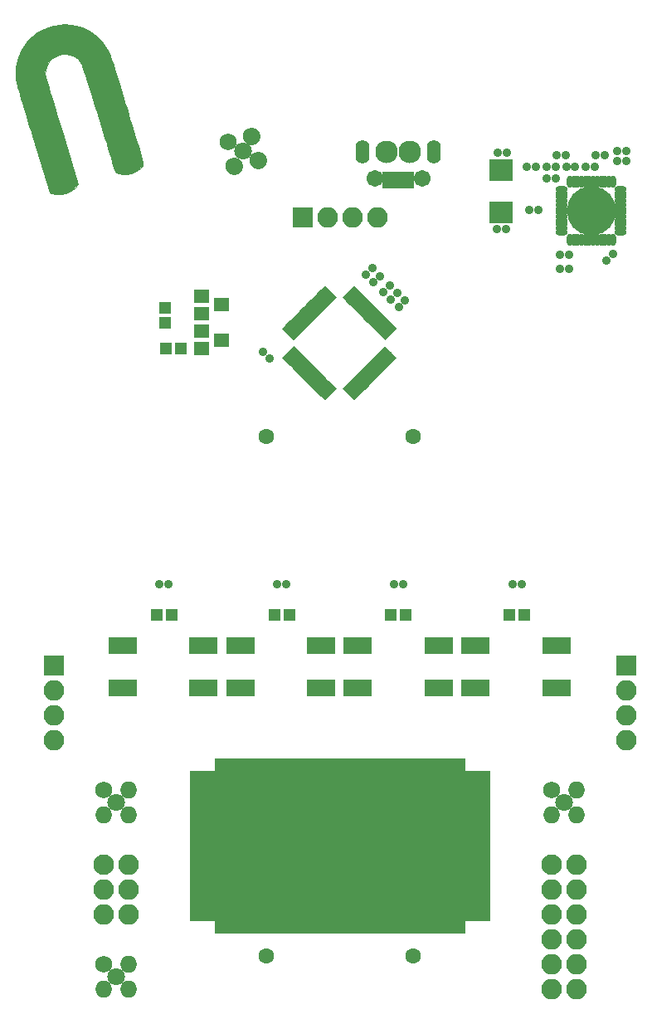
<source format=gts>
G04 #@! TF.GenerationSoftware,KiCad,Pcbnew,(5.0.0-rc2-dev-222-g3b0a758)*
G04 #@! TF.CreationDate,2018-07-05T12:59:24+02:00*
G04 #@! TF.ProjectId,bornhack_scale_it,626F726E6861636B5F7363616C655F69,rev?*
G04 #@! TF.SameCoordinates,PX2faf080PY1c9c380*
G04 #@! TF.FileFunction,Soldermask,Top*
G04 #@! TF.FilePolarity,Negative*
%FSLAX46Y46*%
G04 Gerber Fmt 4.6, Leading zero omitted, Abs format (unit mm)*
G04 Created by KiCad (PCBNEW (5.0.0-rc2-dev-222-g3b0a758)) date Thursday, 05 July 2018 at 12:59:24*
%MOMM*%
%LPD*%
G01*
G04 APERTURE LIST*
%ADD10C,0.010000*%
%ADD11C,1.600000*%
%ADD12O,2.100000X2.100000*%
%ADD13R,2.100000X2.100000*%
%ADD14O,0.648920X1.197560*%
%ADD15O,1.197560X0.648920*%
%ADD16O,4.999940X4.999940*%
%ADD17C,2.100000*%
%ADD18R,2.686000X1.416000*%
%ADD19R,0.798780X1.748740*%
%ADD20C,2.299920*%
%ADD21O,1.416000X2.432000*%
%ADD22C,1.705560*%
%ADD23C,0.897840*%
%ADD24C,1.802000*%
%ADD25C,1.750000*%
%ADD26C,1.750000*%
%ADD27O,1.750000X1.750000*%
%ADD28R,2.940000X1.670000*%
%ADD29R,1.289000X1.289000*%
%ADD30C,0.650000*%
%ADD31C,0.100000*%
%ADD32R,2.432000X2.178000*%
%ADD33R,1.162000X1.289000*%
%ADD34R,1.543000X1.416000*%
G04 APERTURE END LIST*
D10*
G36*
X7560821Y-26516993D02*
X8172487Y-26634888D01*
X8761026Y-26825721D01*
X9319468Y-27084864D01*
X9840840Y-27407686D01*
X10318171Y-27789560D01*
X10744492Y-28225854D01*
X11112829Y-28711941D01*
X11416212Y-29243191D01*
X11548272Y-29541446D01*
X11576207Y-29620516D01*
X11627376Y-29775480D01*
X11700196Y-30001282D01*
X11793085Y-30292868D01*
X11904462Y-30645183D01*
X12032744Y-31053172D01*
X12176351Y-31511780D01*
X12333699Y-32015952D01*
X12503208Y-32560634D01*
X12683295Y-33140770D01*
X12872379Y-33751305D01*
X13068877Y-34387185D01*
X13271208Y-35043355D01*
X13345873Y-35285851D01*
X13586419Y-36066618D01*
X13803565Y-36770468D01*
X13998278Y-37401573D01*
X14171522Y-37964100D01*
X14324265Y-38462219D01*
X14457473Y-38900099D01*
X14572112Y-39281910D01*
X14669148Y-39611820D01*
X14749547Y-39894000D01*
X14814276Y-40132616D01*
X14864301Y-40331841D01*
X14900588Y-40495841D01*
X14924103Y-40628787D01*
X14935813Y-40734847D01*
X14936683Y-40818191D01*
X14927680Y-40882988D01*
X14909771Y-40933408D01*
X14883920Y-40973618D01*
X14851096Y-41007789D01*
X14812262Y-41040090D01*
X14768387Y-41074690D01*
X14720436Y-41115758D01*
X14701204Y-41134067D01*
X14420039Y-41356847D01*
X14082237Y-41535687D01*
X13706020Y-41666208D01*
X13309610Y-41744027D01*
X12911228Y-41764762D01*
X12529096Y-41724032D01*
X12387783Y-41690367D01*
X12245863Y-41645072D01*
X12163880Y-41599117D01*
X12118567Y-41536182D01*
X12101120Y-41489284D01*
X12083692Y-41433177D01*
X12042867Y-41301035D01*
X11980147Y-41097742D01*
X11897040Y-40828185D01*
X11795048Y-40497250D01*
X11675679Y-40109820D01*
X11540435Y-39670783D01*
X11390823Y-39185024D01*
X11228348Y-38657429D01*
X11054513Y-38092882D01*
X10870825Y-37496271D01*
X10678789Y-36872479D01*
X10479908Y-36226394D01*
X10423766Y-36044000D01*
X10222338Y-35390754D01*
X10026344Y-34757393D01*
X9837360Y-34148902D01*
X9656964Y-33570266D01*
X9486733Y-33026471D01*
X9328245Y-32522504D01*
X9183077Y-32063348D01*
X9052807Y-31653991D01*
X8939012Y-31299417D01*
X8843270Y-31004613D01*
X8767158Y-30774564D01*
X8712253Y-30614255D01*
X8680133Y-30528673D01*
X8675828Y-30519500D01*
X8509522Y-30272473D01*
X8286193Y-30033291D01*
X8031771Y-29826740D01*
X7816831Y-29698461D01*
X7446229Y-29559094D01*
X7072788Y-29497389D01*
X6704795Y-29507780D01*
X6350537Y-29584697D01*
X6018299Y-29722572D01*
X5716369Y-29915837D01*
X5453031Y-30158923D01*
X5236573Y-30446262D01*
X5075281Y-30772287D01*
X4977441Y-31131428D01*
X4951338Y-31518117D01*
X4957134Y-31620166D01*
X4967013Y-31685318D01*
X4989526Y-31788285D01*
X5025637Y-31932317D01*
X5076307Y-32120661D01*
X5142501Y-32356565D01*
X5225179Y-32643279D01*
X5325306Y-32984048D01*
X5443844Y-33382123D01*
X5581755Y-33840751D01*
X5740003Y-34363180D01*
X5919550Y-34952659D01*
X6121358Y-35612435D01*
X6346391Y-36345757D01*
X6595611Y-37155872D01*
X6655458Y-37350169D01*
X8329471Y-42783839D01*
X8244821Y-42902719D01*
X8012904Y-43160933D01*
X7717211Y-43384603D01*
X7373740Y-43567544D01*
X6998490Y-43703571D01*
X6607460Y-43786500D01*
X6216650Y-43810145D01*
X5953698Y-43788398D01*
X5791656Y-43757769D01*
X5641027Y-43718679D01*
X5576879Y-43696494D01*
X5438528Y-43640041D01*
X3750645Y-38159270D01*
X3545856Y-37493180D01*
X3347263Y-36845071D01*
X3156385Y-36220004D01*
X2974739Y-35623040D01*
X2803844Y-35059237D01*
X2645215Y-34533655D01*
X2500373Y-34051354D01*
X2370833Y-33617395D01*
X2258115Y-33236837D01*
X2163735Y-32914739D01*
X2089211Y-32656162D01*
X2036062Y-32466166D01*
X2005804Y-32349809D01*
X2000215Y-32323704D01*
X1973839Y-32127381D01*
X1952958Y-31883072D01*
X1940260Y-31627414D01*
X1937667Y-31471131D01*
X1978043Y-30832192D01*
X2095884Y-30217656D01*
X2286254Y-29632456D01*
X2544220Y-29081525D01*
X2864849Y-28569795D01*
X3243206Y-28102200D01*
X3674357Y-27683672D01*
X4153368Y-27319146D01*
X4675307Y-27013553D01*
X5235238Y-26771827D01*
X5828228Y-26598900D01*
X6449342Y-26499707D01*
X6933000Y-26476666D01*
X7560821Y-26516993D01*
X7560821Y-26516993D01*
G37*
X7560821Y-26516993D02*
X8172487Y-26634888D01*
X8761026Y-26825721D01*
X9319468Y-27084864D01*
X9840840Y-27407686D01*
X10318171Y-27789560D01*
X10744492Y-28225854D01*
X11112829Y-28711941D01*
X11416212Y-29243191D01*
X11548272Y-29541446D01*
X11576207Y-29620516D01*
X11627376Y-29775480D01*
X11700196Y-30001282D01*
X11793085Y-30292868D01*
X11904462Y-30645183D01*
X12032744Y-31053172D01*
X12176351Y-31511780D01*
X12333699Y-32015952D01*
X12503208Y-32560634D01*
X12683295Y-33140770D01*
X12872379Y-33751305D01*
X13068877Y-34387185D01*
X13271208Y-35043355D01*
X13345873Y-35285851D01*
X13586419Y-36066618D01*
X13803565Y-36770468D01*
X13998278Y-37401573D01*
X14171522Y-37964100D01*
X14324265Y-38462219D01*
X14457473Y-38900099D01*
X14572112Y-39281910D01*
X14669148Y-39611820D01*
X14749547Y-39894000D01*
X14814276Y-40132616D01*
X14864301Y-40331841D01*
X14900588Y-40495841D01*
X14924103Y-40628787D01*
X14935813Y-40734847D01*
X14936683Y-40818191D01*
X14927680Y-40882988D01*
X14909771Y-40933408D01*
X14883920Y-40973618D01*
X14851096Y-41007789D01*
X14812262Y-41040090D01*
X14768387Y-41074690D01*
X14720436Y-41115758D01*
X14701204Y-41134067D01*
X14420039Y-41356847D01*
X14082237Y-41535687D01*
X13706020Y-41666208D01*
X13309610Y-41744027D01*
X12911228Y-41764762D01*
X12529096Y-41724032D01*
X12387783Y-41690367D01*
X12245863Y-41645072D01*
X12163880Y-41599117D01*
X12118567Y-41536182D01*
X12101120Y-41489284D01*
X12083692Y-41433177D01*
X12042867Y-41301035D01*
X11980147Y-41097742D01*
X11897040Y-40828185D01*
X11795048Y-40497250D01*
X11675679Y-40109820D01*
X11540435Y-39670783D01*
X11390823Y-39185024D01*
X11228348Y-38657429D01*
X11054513Y-38092882D01*
X10870825Y-37496271D01*
X10678789Y-36872479D01*
X10479908Y-36226394D01*
X10423766Y-36044000D01*
X10222338Y-35390754D01*
X10026344Y-34757393D01*
X9837360Y-34148902D01*
X9656964Y-33570266D01*
X9486733Y-33026471D01*
X9328245Y-32522504D01*
X9183077Y-32063348D01*
X9052807Y-31653991D01*
X8939012Y-31299417D01*
X8843270Y-31004613D01*
X8767158Y-30774564D01*
X8712253Y-30614255D01*
X8680133Y-30528673D01*
X8675828Y-30519500D01*
X8509522Y-30272473D01*
X8286193Y-30033291D01*
X8031771Y-29826740D01*
X7816831Y-29698461D01*
X7446229Y-29559094D01*
X7072788Y-29497389D01*
X6704795Y-29507780D01*
X6350537Y-29584697D01*
X6018299Y-29722572D01*
X5716369Y-29915837D01*
X5453031Y-30158923D01*
X5236573Y-30446262D01*
X5075281Y-30772287D01*
X4977441Y-31131428D01*
X4951338Y-31518117D01*
X4957134Y-31620166D01*
X4967013Y-31685318D01*
X4989526Y-31788285D01*
X5025637Y-31932317D01*
X5076307Y-32120661D01*
X5142501Y-32356565D01*
X5225179Y-32643279D01*
X5325306Y-32984048D01*
X5443844Y-33382123D01*
X5581755Y-33840751D01*
X5740003Y-34363180D01*
X5919550Y-34952659D01*
X6121358Y-35612435D01*
X6346391Y-36345757D01*
X6595611Y-37155872D01*
X6655458Y-37350169D01*
X8329471Y-42783839D01*
X8244821Y-42902719D01*
X8012904Y-43160933D01*
X7717211Y-43384603D01*
X7373740Y-43567544D01*
X6998490Y-43703571D01*
X6607460Y-43786500D01*
X6216650Y-43810145D01*
X5953698Y-43788398D01*
X5791656Y-43757769D01*
X5641027Y-43718679D01*
X5576879Y-43696494D01*
X5438528Y-43640041D01*
X3750645Y-38159270D01*
X3545856Y-37493180D01*
X3347263Y-36845071D01*
X3156385Y-36220004D01*
X2974739Y-35623040D01*
X2803844Y-35059237D01*
X2645215Y-34533655D01*
X2500373Y-34051354D01*
X2370833Y-33617395D01*
X2258115Y-33236837D01*
X2163735Y-32914739D01*
X2089211Y-32656162D01*
X2036062Y-32466166D01*
X2005804Y-32349809D01*
X2000215Y-32323704D01*
X1973839Y-32127381D01*
X1952958Y-31883072D01*
X1940260Y-31627414D01*
X1937667Y-31471131D01*
X1978043Y-30832192D01*
X2095884Y-30217656D01*
X2286254Y-29632456D01*
X2544220Y-29081525D01*
X2864849Y-28569795D01*
X3243206Y-28102200D01*
X3674357Y-27683672D01*
X4153368Y-27319146D01*
X4675307Y-27013553D01*
X5235238Y-26771827D01*
X5828228Y-26598900D01*
X6449342Y-26499707D01*
X6933000Y-26476666D01*
X7560821Y-26516993D01*
D11*
X27500000Y-68500000D03*
X27500000Y-121500000D03*
X42500000Y-121500000D03*
X42500000Y-68500000D03*
D12*
X38870000Y-46200000D03*
X36330000Y-46200000D03*
X33790000Y-46200000D03*
D13*
X31250000Y-46200000D03*
D14*
X58500360Y-48499740D03*
X58901680Y-48499740D03*
X59300460Y-48499740D03*
X59701780Y-48499740D03*
X60100560Y-48499740D03*
X60501880Y-48499740D03*
X60898120Y-48499740D03*
X61299440Y-48499740D03*
X61698220Y-48499740D03*
X62099540Y-48499740D03*
X62498320Y-48499740D03*
X62899640Y-48499740D03*
D15*
X63699740Y-47699640D03*
X63699740Y-47298320D03*
X63699740Y-46899540D03*
X63699740Y-46498220D03*
X63699740Y-46099440D03*
X63699740Y-45698120D03*
X63699740Y-45301880D03*
X63699740Y-44900560D03*
X63699740Y-44501780D03*
X63699740Y-44100460D03*
X63699740Y-43701680D03*
X63699740Y-43300360D03*
D14*
X62899640Y-42500260D03*
X62498320Y-42500260D03*
X62099540Y-42500260D03*
X61698220Y-42500260D03*
X61299440Y-42500260D03*
X60898120Y-42500260D03*
X60501880Y-42500260D03*
X60100560Y-42500260D03*
X59701780Y-42500260D03*
X59300460Y-42500260D03*
X58901680Y-42500260D03*
X58500360Y-42500260D03*
D15*
X57700260Y-43300360D03*
X57700260Y-43701680D03*
X57700260Y-44100460D03*
X57700260Y-44501780D03*
X57700260Y-44900560D03*
X57700260Y-45301880D03*
X57700260Y-45698120D03*
X57700260Y-46099440D03*
X57700260Y-46498220D03*
X57700260Y-46899540D03*
X57700260Y-47298320D03*
X57700260Y-47699640D03*
D16*
X60700000Y-45500000D03*
D13*
X5880000Y-91920000D03*
D12*
X5880000Y-94460000D03*
X5880000Y-97000000D03*
X5880000Y-99540000D03*
X64300000Y-99540000D03*
X64300000Y-97000000D03*
X64300000Y-94460000D03*
D13*
X64300000Y-91920000D03*
D12*
X59220000Y-124940000D03*
X56680000Y-124940000D03*
X59220000Y-122400000D03*
X56680000Y-122400000D03*
X59220000Y-119860000D03*
X56680000Y-119860000D03*
X59220000Y-117320000D03*
X56680000Y-117320000D03*
X59220000Y-114780000D03*
X56680000Y-114780000D03*
X59220000Y-112240000D03*
D17*
X56680000Y-112240000D03*
D12*
X13500000Y-117320000D03*
X10960000Y-117320000D03*
X13500000Y-114780000D03*
X10960000Y-114780000D03*
X13500000Y-112240000D03*
D17*
X10960000Y-112240000D03*
D18*
X23660000Y-102080000D03*
X33820000Y-102080000D03*
X26200000Y-102080000D03*
X31280000Y-102080000D03*
X28740000Y-102080000D03*
X26200000Y-103350000D03*
X21120000Y-103350000D03*
X31280000Y-103350000D03*
X28740000Y-103350000D03*
X33820000Y-103350000D03*
X23660000Y-103350000D03*
X26200000Y-104620000D03*
X21120000Y-104620000D03*
X31280000Y-104620000D03*
X28740000Y-104620000D03*
X33820000Y-104620000D03*
X23660000Y-104620000D03*
X26200000Y-105890000D03*
X21120000Y-105890000D03*
X31280000Y-105890000D03*
X28740000Y-105890000D03*
X33820000Y-105890000D03*
X23660000Y-105890000D03*
X26200000Y-107160000D03*
X21120000Y-107160000D03*
X31280000Y-107160000D03*
X28740000Y-107160000D03*
X33820000Y-107160000D03*
X23660000Y-107160000D03*
X21120000Y-108430000D03*
X31280000Y-108430000D03*
X28740000Y-108430000D03*
X33820000Y-108430000D03*
X23660000Y-108430000D03*
X26200000Y-108430000D03*
X21120000Y-109700000D03*
X31280000Y-109700000D03*
X26200000Y-109700000D03*
X28740000Y-109700000D03*
X33820000Y-109700000D03*
X23660000Y-109700000D03*
X26200000Y-110970000D03*
X28740000Y-110970000D03*
X33820000Y-110970000D03*
X23660000Y-110970000D03*
X21120000Y-110970000D03*
X31280000Y-110970000D03*
X26200000Y-112240000D03*
X28740000Y-112240000D03*
X31280000Y-112240000D03*
X23660000Y-112240000D03*
X21120000Y-112240000D03*
X33820000Y-112240000D03*
X26200000Y-113510000D03*
X28740000Y-113510000D03*
X31280000Y-113510000D03*
X23660000Y-113510000D03*
X21120000Y-113510000D03*
X33820000Y-113510000D03*
X26200000Y-114780000D03*
X28740000Y-114780000D03*
X31280000Y-114780000D03*
X23660000Y-114780000D03*
X21120000Y-114780000D03*
X33820000Y-114780000D03*
X26200000Y-116050000D03*
X28740000Y-116050000D03*
X31280000Y-116050000D03*
X23660000Y-116050000D03*
X21120000Y-116050000D03*
X33820000Y-116050000D03*
X26200000Y-117320000D03*
X28740000Y-117320000D03*
X31280000Y-117320000D03*
X23660000Y-117320000D03*
X21120000Y-117320000D03*
X33820000Y-117320000D03*
X41440000Y-102080000D03*
X43980000Y-102080000D03*
X46520000Y-102080000D03*
X38900000Y-102080000D03*
X36360000Y-102080000D03*
X41440000Y-103350000D03*
X43980000Y-103350000D03*
X46520000Y-103350000D03*
X38900000Y-103350000D03*
X36360000Y-103350000D03*
X49060000Y-103350000D03*
X41440000Y-104620000D03*
X43980000Y-104620000D03*
X46520000Y-104620000D03*
X38900000Y-104620000D03*
X36360000Y-104620000D03*
X49060000Y-104620000D03*
X38900000Y-105890000D03*
X36360000Y-105890000D03*
X49060000Y-105890000D03*
X41440000Y-105890000D03*
X43980000Y-105890000D03*
X46520000Y-105890000D03*
X38900000Y-107160000D03*
X36360000Y-107160000D03*
X49060000Y-107160000D03*
X41440000Y-107160000D03*
X43980000Y-107160000D03*
X46520000Y-107160000D03*
X38900000Y-108430000D03*
X36360000Y-108430000D03*
X46520000Y-108430000D03*
X41440000Y-108430000D03*
X43980000Y-108430000D03*
X49060000Y-108430000D03*
X38900000Y-109700000D03*
X36360000Y-109700000D03*
X46520000Y-109700000D03*
X41440000Y-109700000D03*
X43980000Y-109700000D03*
X49060000Y-109700000D03*
X36360000Y-110970000D03*
X46520000Y-110970000D03*
X41440000Y-110970000D03*
X43980000Y-110970000D03*
X49060000Y-110970000D03*
X38900000Y-110970000D03*
X36360000Y-112240000D03*
X46520000Y-112240000D03*
X41440000Y-112240000D03*
X43980000Y-112240000D03*
X49060000Y-112240000D03*
X38900000Y-112240000D03*
X36360000Y-113510000D03*
X46520000Y-113510000D03*
X41440000Y-113510000D03*
X43980000Y-113510000D03*
X49060000Y-113510000D03*
X38900000Y-113510000D03*
X36360000Y-114780000D03*
X46520000Y-114780000D03*
X41440000Y-114780000D03*
X43980000Y-114780000D03*
X49060000Y-114780000D03*
X38900000Y-114780000D03*
X36360000Y-116050000D03*
X46520000Y-116050000D03*
X41440000Y-116050000D03*
X43980000Y-116050000D03*
X49060000Y-116050000D03*
X38900000Y-116050000D03*
X36360000Y-117320000D03*
X46520000Y-117320000D03*
X41440000Y-117320000D03*
X43980000Y-117320000D03*
X49060000Y-117320000D03*
X38900000Y-117320000D03*
X23660000Y-118590000D03*
X46520000Y-118590000D03*
X43980000Y-118590000D03*
X41440000Y-118590000D03*
X26200000Y-118590000D03*
X28740000Y-118590000D03*
X31280000Y-118590000D03*
X38900000Y-118590000D03*
X36360000Y-118590000D03*
D19*
X42297940Y-42372740D03*
X41647700Y-42372740D03*
X41000000Y-42372740D03*
X40352300Y-42372740D03*
X39702060Y-42372740D03*
D20*
X42198880Y-39500000D03*
X39801120Y-39500000D03*
D21*
X44624580Y-39500000D03*
X37375420Y-39500000D03*
D22*
X43423160Y-42227960D03*
X38576840Y-42227960D03*
D23*
X39448119Y-53776881D03*
X40101881Y-53123119D03*
X40223119Y-54526881D03*
X40876881Y-53873119D03*
X41048119Y-55301881D03*
X41701881Y-54648119D03*
X57537720Y-51400000D03*
X58462280Y-51400000D03*
X58462280Y-50000000D03*
X57537720Y-50000000D03*
X62253119Y-50576881D03*
X62906881Y-49923119D03*
X57062280Y-42200000D03*
X56137720Y-42200000D03*
X59062280Y-41000000D03*
X58137720Y-41000000D03*
X54137720Y-41000000D03*
X55062280Y-41000000D03*
X57137720Y-39800000D03*
X58062280Y-39800000D03*
X64262280Y-39400000D03*
X63337720Y-39400000D03*
X52062280Y-39600000D03*
X51137720Y-39600000D03*
X51037720Y-47400000D03*
X51962280Y-47400000D03*
X55262280Y-45400000D03*
X54337720Y-45400000D03*
X64262280Y-40400000D03*
X63337720Y-40400000D03*
D24*
X25144574Y-39401975D03*
D25*
X26700000Y-40300000D03*
D26*
X26700000Y-40300000D02*
X26700000Y-40300000D01*
D25*
X24246548Y-40957401D03*
D26*
X24246548Y-40957401D02*
X24246548Y-40957401D01*
D25*
X26042600Y-37846549D03*
D26*
X26042600Y-37846549D02*
X26042600Y-37846549D01*
D25*
X23589148Y-38503949D03*
D24*
X12230000Y-105890000D03*
D27*
X13500000Y-107160000D03*
X10960000Y-107160000D03*
X13500000Y-104620000D03*
D25*
X10960000Y-104620000D03*
X56680000Y-104620000D03*
D27*
X59220000Y-104620000D03*
X56680000Y-107160000D03*
X59220000Y-107160000D03*
D24*
X57950000Y-105890000D03*
D25*
X10960000Y-122400000D03*
D27*
X13500000Y-122400000D03*
X10960000Y-124940000D03*
X13500000Y-124940000D03*
D24*
X12230000Y-123670000D03*
D28*
X36872500Y-89841000D03*
X36872500Y-94159000D03*
X45127500Y-94159000D03*
X45127500Y-89841000D03*
X12872500Y-89841000D03*
X12872500Y-94159000D03*
X21127500Y-94159000D03*
X21127500Y-89841000D03*
X33127500Y-89841000D03*
X33127500Y-94159000D03*
X24872500Y-94159000D03*
X24872500Y-89841000D03*
X57127500Y-89841000D03*
X57127500Y-94159000D03*
X48872500Y-94159000D03*
X48872500Y-89841000D03*
D23*
X60137720Y-41000000D03*
X61062280Y-41000000D03*
X62062280Y-39800000D03*
X61137720Y-39800000D03*
D29*
X17200000Y-55438000D03*
X17200000Y-56962000D03*
X18762000Y-59600000D03*
X17238000Y-59600000D03*
D23*
X27826881Y-60576881D03*
X27173119Y-59923119D03*
X39126881Y-52173119D03*
X38473119Y-52826881D03*
X37673119Y-52026881D03*
X38326881Y-51373119D03*
D30*
X29979542Y-57868629D03*
D31*
G36*
X30810392Y-58239860D02*
X30350773Y-58699479D01*
X29148692Y-57497398D01*
X29608311Y-57037779D01*
X30810392Y-58239860D01*
X30810392Y-58239860D01*
G37*
D30*
X30333095Y-57515076D03*
D31*
G36*
X31163945Y-57886307D02*
X30704326Y-58345926D01*
X29502245Y-57143845D01*
X29961864Y-56684226D01*
X31163945Y-57886307D01*
X31163945Y-57886307D01*
G37*
D30*
X30686649Y-57161522D03*
D31*
G36*
X31517499Y-57532753D02*
X31057880Y-57992372D01*
X29855799Y-56790291D01*
X30315418Y-56330672D01*
X31517499Y-57532753D01*
X31517499Y-57532753D01*
G37*
D30*
X31040202Y-56807969D03*
D31*
G36*
X31871052Y-57179200D02*
X31411433Y-57638819D01*
X30209352Y-56436738D01*
X30668971Y-55977119D01*
X31871052Y-57179200D01*
X31871052Y-57179200D01*
G37*
D30*
X31393755Y-56454416D03*
D31*
G36*
X32224605Y-56825647D02*
X31764986Y-57285266D01*
X30562905Y-56083185D01*
X31022524Y-55623566D01*
X32224605Y-56825647D01*
X32224605Y-56825647D01*
G37*
D30*
X31747309Y-56100862D03*
D31*
G36*
X32578159Y-56472093D02*
X32118540Y-56931712D01*
X30916459Y-55729631D01*
X31376078Y-55270012D01*
X32578159Y-56472093D01*
X32578159Y-56472093D01*
G37*
D30*
X32100862Y-55747309D03*
D31*
G36*
X32931712Y-56118540D02*
X32472093Y-56578159D01*
X31270012Y-55376078D01*
X31729631Y-54916459D01*
X32931712Y-56118540D01*
X32931712Y-56118540D01*
G37*
D30*
X32454416Y-55393755D03*
D31*
G36*
X33285266Y-55764986D02*
X32825647Y-56224605D01*
X31623566Y-55022524D01*
X32083185Y-54562905D01*
X33285266Y-55764986D01*
X33285266Y-55764986D01*
G37*
D30*
X32807969Y-55040202D03*
D31*
G36*
X33638819Y-55411433D02*
X33179200Y-55871052D01*
X31977119Y-54668971D01*
X32436738Y-54209352D01*
X33638819Y-55411433D01*
X33638819Y-55411433D01*
G37*
D30*
X33161522Y-54686649D03*
D31*
G36*
X33992372Y-55057880D02*
X33532753Y-55517499D01*
X32330672Y-54315418D01*
X32790291Y-53855799D01*
X33992372Y-55057880D01*
X33992372Y-55057880D01*
G37*
D30*
X33515076Y-54333095D03*
D31*
G36*
X34345926Y-54704326D02*
X33886307Y-55163945D01*
X32684226Y-53961864D01*
X33143845Y-53502245D01*
X34345926Y-54704326D01*
X34345926Y-54704326D01*
G37*
D30*
X33868629Y-53979542D03*
D31*
G36*
X34699479Y-54350773D02*
X34239860Y-54810392D01*
X33037779Y-53608311D01*
X33497398Y-53148692D01*
X34699479Y-54350773D01*
X34699479Y-54350773D01*
G37*
D30*
X36131371Y-53979542D03*
D31*
G36*
X35760140Y-54810392D02*
X35300521Y-54350773D01*
X36502602Y-53148692D01*
X36962221Y-53608311D01*
X35760140Y-54810392D01*
X35760140Y-54810392D01*
G37*
D30*
X36484924Y-54333095D03*
D31*
G36*
X36113693Y-55163945D02*
X35654074Y-54704326D01*
X36856155Y-53502245D01*
X37315774Y-53961864D01*
X36113693Y-55163945D01*
X36113693Y-55163945D01*
G37*
D30*
X36838478Y-54686649D03*
D31*
G36*
X36467247Y-55517499D02*
X36007628Y-55057880D01*
X37209709Y-53855799D01*
X37669328Y-54315418D01*
X36467247Y-55517499D01*
X36467247Y-55517499D01*
G37*
D30*
X37192031Y-55040202D03*
D31*
G36*
X36820800Y-55871052D02*
X36361181Y-55411433D01*
X37563262Y-54209352D01*
X38022881Y-54668971D01*
X36820800Y-55871052D01*
X36820800Y-55871052D01*
G37*
D30*
X37545584Y-55393755D03*
D31*
G36*
X37174353Y-56224605D02*
X36714734Y-55764986D01*
X37916815Y-54562905D01*
X38376434Y-55022524D01*
X37174353Y-56224605D01*
X37174353Y-56224605D01*
G37*
D30*
X37899138Y-55747309D03*
D31*
G36*
X37527907Y-56578159D02*
X37068288Y-56118540D01*
X38270369Y-54916459D01*
X38729988Y-55376078D01*
X37527907Y-56578159D01*
X37527907Y-56578159D01*
G37*
D30*
X38252691Y-56100862D03*
D31*
G36*
X37881460Y-56931712D02*
X37421841Y-56472093D01*
X38623922Y-55270012D01*
X39083541Y-55729631D01*
X37881460Y-56931712D01*
X37881460Y-56931712D01*
G37*
D30*
X38606245Y-56454416D03*
D31*
G36*
X38235014Y-57285266D02*
X37775395Y-56825647D01*
X38977476Y-55623566D01*
X39437095Y-56083185D01*
X38235014Y-57285266D01*
X38235014Y-57285266D01*
G37*
D30*
X38959798Y-56807969D03*
D31*
G36*
X38588567Y-57638819D02*
X38128948Y-57179200D01*
X39331029Y-55977119D01*
X39790648Y-56436738D01*
X38588567Y-57638819D01*
X38588567Y-57638819D01*
G37*
D30*
X39313351Y-57161522D03*
D31*
G36*
X38942120Y-57992372D02*
X38482501Y-57532753D01*
X39684582Y-56330672D01*
X40144201Y-56790291D01*
X38942120Y-57992372D01*
X38942120Y-57992372D01*
G37*
D30*
X39666905Y-57515076D03*
D31*
G36*
X39295674Y-58345926D02*
X38836055Y-57886307D01*
X40038136Y-56684226D01*
X40497755Y-57143845D01*
X39295674Y-58345926D01*
X39295674Y-58345926D01*
G37*
D30*
X40020458Y-57868629D03*
D31*
G36*
X39649227Y-58699479D02*
X39189608Y-58239860D01*
X40391689Y-57037779D01*
X40851308Y-57497398D01*
X39649227Y-58699479D01*
X39649227Y-58699479D01*
G37*
D30*
X40020458Y-60131371D03*
D31*
G36*
X40851308Y-60502602D02*
X40391689Y-60962221D01*
X39189608Y-59760140D01*
X39649227Y-59300521D01*
X40851308Y-60502602D01*
X40851308Y-60502602D01*
G37*
D30*
X39666905Y-60484924D03*
D31*
G36*
X40497755Y-60856155D02*
X40038136Y-61315774D01*
X38836055Y-60113693D01*
X39295674Y-59654074D01*
X40497755Y-60856155D01*
X40497755Y-60856155D01*
G37*
D30*
X39313351Y-60838478D03*
D31*
G36*
X40144201Y-61209709D02*
X39684582Y-61669328D01*
X38482501Y-60467247D01*
X38942120Y-60007628D01*
X40144201Y-61209709D01*
X40144201Y-61209709D01*
G37*
D30*
X38959798Y-61192031D03*
D31*
G36*
X39790648Y-61563262D02*
X39331029Y-62022881D01*
X38128948Y-60820800D01*
X38588567Y-60361181D01*
X39790648Y-61563262D01*
X39790648Y-61563262D01*
G37*
D30*
X38606245Y-61545584D03*
D31*
G36*
X39437095Y-61916815D02*
X38977476Y-62376434D01*
X37775395Y-61174353D01*
X38235014Y-60714734D01*
X39437095Y-61916815D01*
X39437095Y-61916815D01*
G37*
D30*
X38252691Y-61899138D03*
D31*
G36*
X39083541Y-62270369D02*
X38623922Y-62729988D01*
X37421841Y-61527907D01*
X37881460Y-61068288D01*
X39083541Y-62270369D01*
X39083541Y-62270369D01*
G37*
D30*
X37899138Y-62252691D03*
D31*
G36*
X38729988Y-62623922D02*
X38270369Y-63083541D01*
X37068288Y-61881460D01*
X37527907Y-61421841D01*
X38729988Y-62623922D01*
X38729988Y-62623922D01*
G37*
D30*
X37545584Y-62606245D03*
D31*
G36*
X38376434Y-62977476D02*
X37916815Y-63437095D01*
X36714734Y-62235014D01*
X37174353Y-61775395D01*
X38376434Y-62977476D01*
X38376434Y-62977476D01*
G37*
D30*
X37192031Y-62959798D03*
D31*
G36*
X38022881Y-63331029D02*
X37563262Y-63790648D01*
X36361181Y-62588567D01*
X36820800Y-62128948D01*
X38022881Y-63331029D01*
X38022881Y-63331029D01*
G37*
D30*
X36838478Y-63313351D03*
D31*
G36*
X37669328Y-63684582D02*
X37209709Y-64144201D01*
X36007628Y-62942120D01*
X36467247Y-62482501D01*
X37669328Y-63684582D01*
X37669328Y-63684582D01*
G37*
D30*
X36484924Y-63666905D03*
D31*
G36*
X37315774Y-64038136D02*
X36856155Y-64497755D01*
X35654074Y-63295674D01*
X36113693Y-62836055D01*
X37315774Y-64038136D01*
X37315774Y-64038136D01*
G37*
D30*
X36131371Y-64020458D03*
D31*
G36*
X36962221Y-64391689D02*
X36502602Y-64851308D01*
X35300521Y-63649227D01*
X35760140Y-63189608D01*
X36962221Y-64391689D01*
X36962221Y-64391689D01*
G37*
D30*
X33868629Y-64020458D03*
D31*
G36*
X33497398Y-64851308D02*
X33037779Y-64391689D01*
X34239860Y-63189608D01*
X34699479Y-63649227D01*
X33497398Y-64851308D01*
X33497398Y-64851308D01*
G37*
D30*
X33515076Y-63666905D03*
D31*
G36*
X33143845Y-64497755D02*
X32684226Y-64038136D01*
X33886307Y-62836055D01*
X34345926Y-63295674D01*
X33143845Y-64497755D01*
X33143845Y-64497755D01*
G37*
D30*
X33161522Y-63313351D03*
D31*
G36*
X32790291Y-64144201D02*
X32330672Y-63684582D01*
X33532753Y-62482501D01*
X33992372Y-62942120D01*
X32790291Y-64144201D01*
X32790291Y-64144201D01*
G37*
D30*
X32807969Y-62959798D03*
D31*
G36*
X32436738Y-63790648D02*
X31977119Y-63331029D01*
X33179200Y-62128948D01*
X33638819Y-62588567D01*
X32436738Y-63790648D01*
X32436738Y-63790648D01*
G37*
D30*
X32454416Y-62606245D03*
D31*
G36*
X32083185Y-63437095D02*
X31623566Y-62977476D01*
X32825647Y-61775395D01*
X33285266Y-62235014D01*
X32083185Y-63437095D01*
X32083185Y-63437095D01*
G37*
D30*
X32100862Y-62252691D03*
D31*
G36*
X31729631Y-63083541D02*
X31270012Y-62623922D01*
X32472093Y-61421841D01*
X32931712Y-61881460D01*
X31729631Y-63083541D01*
X31729631Y-63083541D01*
G37*
D30*
X31747309Y-61899138D03*
D31*
G36*
X31376078Y-62729988D02*
X30916459Y-62270369D01*
X32118540Y-61068288D01*
X32578159Y-61527907D01*
X31376078Y-62729988D01*
X31376078Y-62729988D01*
G37*
D30*
X31393755Y-61545584D03*
D31*
G36*
X31022524Y-62376434D02*
X30562905Y-61916815D01*
X31764986Y-60714734D01*
X32224605Y-61174353D01*
X31022524Y-62376434D01*
X31022524Y-62376434D01*
G37*
D30*
X31040202Y-61192031D03*
D31*
G36*
X30668971Y-62022881D02*
X30209352Y-61563262D01*
X31411433Y-60361181D01*
X31871052Y-60820800D01*
X30668971Y-62022881D01*
X30668971Y-62022881D01*
G37*
D30*
X30686649Y-60838478D03*
D31*
G36*
X30315418Y-61669328D02*
X29855799Y-61209709D01*
X31057880Y-60007628D01*
X31517499Y-60467247D01*
X30315418Y-61669328D01*
X30315418Y-61669328D01*
G37*
D30*
X30333095Y-60484924D03*
D31*
G36*
X29961864Y-61315774D02*
X29502245Y-60856155D01*
X30704326Y-59654074D01*
X31163945Y-60113693D01*
X29961864Y-61315774D01*
X29961864Y-61315774D01*
G37*
D30*
X29979542Y-60131371D03*
D31*
G36*
X29608311Y-60962221D02*
X29148692Y-60502602D01*
X30350773Y-59300521D01*
X30810392Y-59760140D01*
X29608311Y-60962221D01*
X29608311Y-60962221D01*
G37*
D32*
X51500000Y-41341000D03*
X51500000Y-45659000D03*
D23*
X56137720Y-41000000D03*
X57062280Y-41000000D03*
D33*
X29862000Y-86700000D03*
X28338000Y-86700000D03*
X40238000Y-86700000D03*
X41762000Y-86700000D03*
X17862000Y-86700000D03*
X16338000Y-86700000D03*
X52338000Y-86700000D03*
X53862000Y-86700000D03*
D23*
X29562280Y-83600000D03*
X28637720Y-83600000D03*
X40537720Y-83600000D03*
X41462280Y-83600000D03*
X17562280Y-83600000D03*
X16637720Y-83600000D03*
X52637720Y-83600000D03*
X53562280Y-83600000D03*
D34*
X20884000Y-57811000D03*
X20884000Y-59589000D03*
X22916000Y-58700000D03*
X20884000Y-54211000D03*
X20884000Y-55989000D03*
X22916000Y-55100000D03*
D18*
X33820000Y-118590000D03*
M02*

</source>
